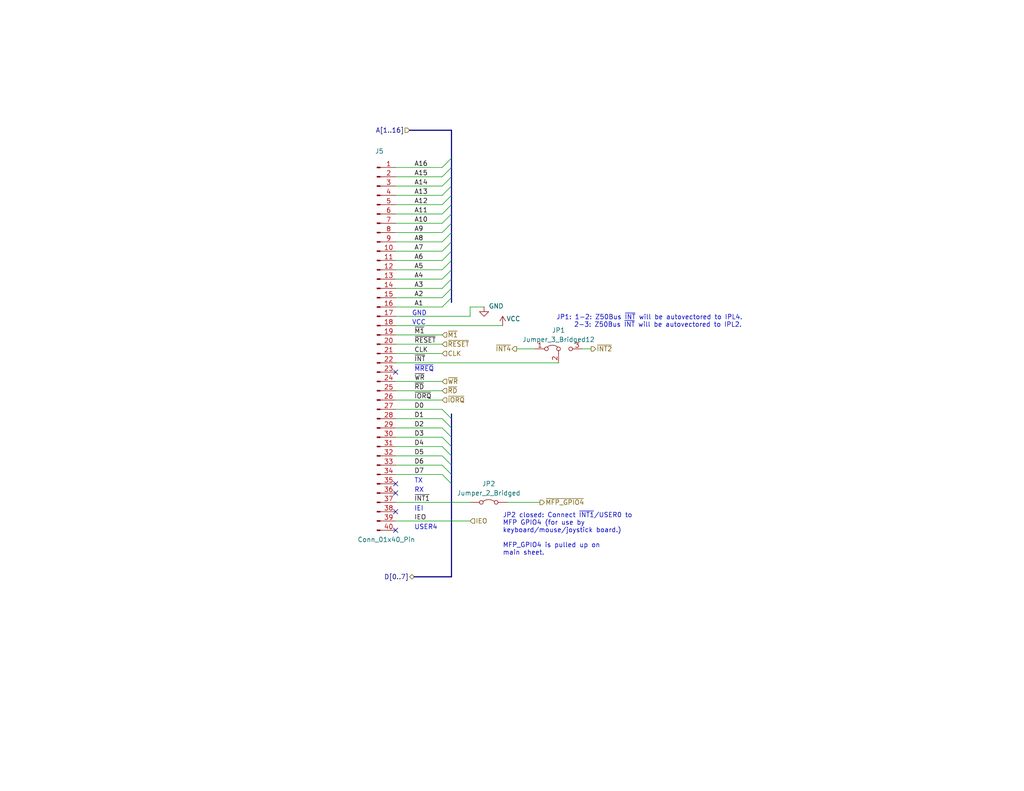
<source format=kicad_sch>
(kicad_sch (version 20231120) (generator "eeschema") (generator_version "8.0")
  (paper "A")
  (title_block (title "BITSY Mark I - An MC68000 Single Board Computer") (date "2025-06-12") (rev "V1B") (comment 1 "Licensed under CC-BY-SA-NC 4.0.") (comment 2 "https://github.com/codesmythe/BITSY_MK_I") (comment 3 "© 2025 Rob Gowin") (comment 4 "BITSY Mark I is a single board computer based around an MC68000 CPU."))
  (lib_symbols
    (symbol "Connector:Conn_01x40_Pin" (pin_names (offset 1.016) hide)
      (property "Reference" "J" (at 0 50.8 0))
      (property "Value" "Conn_01x40_Pin" (at 0 -53.34 0))
      (symbol "Conn_01x40_Pin_1_1"
        (polyline (pts (xy 1.27 -50.8) (xy 0.8636 -50.8)) (stroke (width 0.1524)))
        (polyline (pts (xy 1.27 -48.26) (xy 0.8636 -48.26)) (stroke (width 0.1524)))
        (polyline (pts (xy 1.27 -45.72) (xy 0.8636 -45.72)) (stroke (width 0.1524)))
        (polyline (pts (xy 1.27 -43.18) (xy 0.8636 -43.18)) (stroke (width 0.1524)))
        (polyline (pts (xy 1.27 -40.64) (xy 0.8636 -40.64)) (stroke (width 0.1524)))
        (polyline (pts (xy 1.27 -38.1) (xy 0.8636 -38.1)) (stroke (width 0.1524)))
        (polyline (pts (xy 1.27 -35.56) (xy 0.8636 -35.56)) (stroke (width 0.1524)))
        (polyline (pts (xy 1.27 -33.02) (xy 0.8636 -33.02)) (stroke (width 0.1524)))
        (polyline (pts (xy 1.27 -30.48) (xy 0.8636 -30.48)) (stroke (width 0.1524)))
        (polyline (pts (xy 1.27 -27.94) (xy 0.8636 -27.94)) (stroke (width 0.1524)))
        (polyline (pts (xy 1.27 -25.4) (xy 0.8636 -25.4)) (stroke (width 0.1524)))
        (polyline (pts (xy 1.27 -22.86) (xy 0.8636 -22.86)) (stroke (width 0.1524)))
        (polyline (pts (xy 1.27 -20.32) (xy 0.8636 -20.32)) (stroke (width 0.1524)))
        (polyline (pts (xy 1.27 -17.78) (xy 0.8636 -17.78)) (stroke (width 0.1524)))
        (polyline (pts (xy 1.27 -15.24) (xy 0.8636 -15.24)) (stroke (width 0.1524)))
        (polyline (pts (xy 1.27 -12.7) (xy 0.8636 -12.7)) (stroke (width 0.1524)))
        (polyline (pts (xy 1.27 -10.16) (xy 0.8636 -10.16)) (stroke (width 0.1524)))
        (polyline (pts (xy 1.27 -7.62) (xy 0.8636 -7.62)) (stroke (width 0.1524)))
        (polyline (pts (xy 1.27 -5.08) (xy 0.8636 -5.08)) (stroke (width 0.1524)))
        (polyline (pts (xy 1.27 -2.54) (xy 0.8636 -2.54)) (stroke (width 0.1524)))
        (polyline (pts (xy 1.27 0) (xy 0.8636 0)) (stroke (width 0.1524)))
        (polyline (pts (xy 1.27 2.54) (xy 0.8636 2.54)) (stroke (width 0.1524)))
        (polyline (pts (xy 1.27 5.08) (xy 0.8636 5.08)) (stroke (width 0.1524)))
        (polyline (pts (xy 1.27 7.62) (xy 0.8636 7.62)) (stroke (width 0.1524)))
        (polyline (pts (xy 1.27 10.16) (xy 0.8636 10.16)) (stroke (width 0.1524)))
        (polyline (pts (xy 1.27 12.7) (xy 0.8636 12.7)) (stroke (width 0.1524)))
        (polyline (pts (xy 1.27 15.24) (xy 0.8636 15.24)) (stroke (width 0.1524)))
        (polyline (pts (xy 1.27 17.78) (xy 0.8636 17.78)) (stroke (width 0.1524)))
        (polyline (pts (xy 1.27 20.32) (xy 0.8636 20.32)) (stroke (width 0.1524)))
        (polyline (pts (xy 1.27 22.86) (xy 0.8636 22.86)) (stroke (width 0.1524)))
        (polyline (pts (xy 1.27 25.4) (xy 0.8636 25.4)) (stroke (width 0.1524)))
        (polyline (pts (xy 1.27 27.94) (xy 0.8636 27.94)) (stroke (width 0.1524)))
        (polyline (pts (xy 1.27 30.48) (xy 0.8636 30.48)) (stroke (width 0.1524)))
        (polyline (pts (xy 1.27 33.02) (xy 0.8636 33.02)) (stroke (width 0.1524)))
        (polyline (pts (xy 1.27 35.56) (xy 0.8636 35.56)) (stroke (width 0.1524)))
        (polyline (pts (xy 1.27 38.1) (xy 0.8636 38.1)) (stroke (width 0.1524)))
        (polyline (pts (xy 1.27 40.64) (xy 0.8636 40.64)) (stroke (width 0.1524)))
        (polyline (pts (xy 1.27 43.18) (xy 0.8636 43.18)) (stroke (width 0.1524)))
        (polyline (pts (xy 1.27 45.72) (xy 0.8636 45.72)) (stroke (width 0.1524)))
        (polyline (pts (xy 1.27 48.26) (xy 0.8636 48.26)) (stroke (width 0.1524)))
        (rectangle (start 0.8636 -50.673) (end 0 -50.927) (stroke (width 0.1524)) (fill (type outline)))
        (rectangle (start 0.8636 -48.133) (end 0 -48.387) (stroke (width 0.1524)) (fill (type outline)))
        (rectangle (start 0.8636 -45.593) (end 0 -45.847) (stroke (width 0.1524)) (fill (type outline)))
        (rectangle (start 0.8636 -43.053) (end 0 -43.307) (stroke (width 0.1524)) (fill (type outline)))
        (rectangle (start 0.8636 -40.513) (end 0 -40.767) (stroke (width 0.1524)) (fill (type outline)))
        (rectangle (start 0.8636 -37.973) (end 0 -38.227) (stroke (width 0.1524)) (fill (type outline)))
        (rectangle (start 0.8636 -35.433) (end 0 -35.687) (stroke (width 0.1524)) (fill (type outline)))
        (rectangle (start 0.8636 -32.893) (end 0 -33.147) (stroke (width 0.1524)) (fill (type outline)))
        (rectangle (start 0.8636 -30.353) (end 0 -30.607) (stroke (width 0.1524)) (fill (type outline)))
        (rectangle (start 0.8636 -27.813) (end 0 -28.067) (stroke (width 0.1524)) (fill (type outline)))
        (rectangle (start 0.8636 -25.273) (end 0 -25.527) (stroke (width 0.1524)) (fill (type outline)))
        (rectangle (start 0.8636 -22.733) (end 0 -22.987) (stroke (width 0.1524)) (fill (type outline)))
        (rectangle (start 0.8636 -20.193) (end 0 -20.447) (stroke (width 0.1524)) (fill (type outline)))
        (rectangle (start 0.8636 -17.653) (end 0 -17.907) (stroke (width 0.1524)) (fill (type outline)))
        (rectangle (start 0.8636 -15.113) (end 0 -15.367) (stroke (width 0.1524)) (fill (type outline)))
        (rectangle (start 0.8636 -12.573) (end 0 -12.827) (stroke (width 0.1524)) (fill (type outline)))
        (rectangle (start 0.8636 -10.033) (end 0 -10.287) (stroke (width 0.1524)) (fill (type outline)))
        (rectangle (start 0.8636 -7.493) (end 0 -7.747) (stroke (width 0.1524)) (fill (type outline)))
        (rectangle (start 0.8636 -4.953) (end 0 -5.207) (stroke (width 0.1524)) (fill (type outline)))
        (rectangle (start 0.8636 -2.413) (end 0 -2.667) (stroke (width 0.1524)) (fill (type outline)))
        (rectangle (start 0.8636 0.127) (end 0 -0.127) (stroke (width 0.1524)) (fill (type outline)))
        (rectangle (start 0.8636 2.667) (end 0 2.413) (stroke (width 0.1524)) (fill (type outline)))
        (rectangle (start 0.8636 5.207) (end 0 4.953) (stroke (width 0.1524)) (fill (type outline)))
        (rectangle (start 0.8636 7.747) (end 0 7.493) (stroke (width 0.1524)) (fill (type outline)))
        (rectangle (start 0.8636 10.287) (end 0 10.033) (stroke (width 0.1524)) (fill (type outline)))
        (rectangle (start 0.8636 12.827) (end 0 12.573) (stroke (width 0.1524)) (fill (type outline)))
        (rectangle (start 0.8636 15.367) (end 0 15.113) (stroke (width 0.1524)) (fill (type outline)))
        (rectangle (start 0.8636 17.907) (end 0 17.653) (stroke (width 0.1524)) (fill (type outline)))
        (rectangle (start 0.8636 20.447) (end 0 20.193) (stroke (width 0.1524)) (fill (type outline)))
        (rectangle (start 0.8636 22.987) (end 0 22.733) (stroke (width 0.1524)) (fill (type outline)))
        (rectangle (start 0.8636 25.527) (end 0 25.273) (stroke (width 0.1524)) (fill (type outline)))
        (rectangle (start 0.8636 28.067) (end 0 27.813) (stroke (width 0.1524)) (fill (type outline)))
        (rectangle (start 0.8636 30.607) (end 0 30.353) (stroke (width 0.1524)) (fill (type outline)))
        (rectangle (start 0.8636 33.147) (end 0 32.893) (stroke (width 0.1524)) (fill (type outline)))
        (rectangle (start 0.8636 35.687) (end 0 35.433) (stroke (width 0.1524)) (fill (type outline)))
        (rectangle (start 0.8636 38.227) (end 0 37.973) (stroke (width 0.1524)) (fill (type outline)))
        (rectangle (start 0.8636 40.767) (end 0 40.513) (stroke (width 0.1524)) (fill (type outline)))
        (rectangle (start 0.8636 43.307) (end 0 43.053) (stroke (width 0.1524)) (fill (type outline)))
        (rectangle (start 0.8636 45.847) (end 0 45.593) (stroke (width 0.1524)) (fill (type outline)))
        (rectangle (start 0.8636 48.387) (end 0 48.133) (stroke (width 0.1524)) (fill (type outline)))
        (pin passive line (at 5.08 48.26 180) (length 3.81) (name "Pin_1") (number "1"))
        (pin passive line (at 5.08 25.4 180) (length 3.81) (name "Pin_10") (number "10"))
        (pin passive line (at 5.08 22.86 180) (length 3.81) (name "Pin_11") (number "11"))
        (pin passive line (at 5.08 20.32 180) (length 3.81) (name "Pin_12") (number "12"))
        (pin passive line (at 5.08 17.78 180) (length 3.81) (name "Pin_13") (number "13"))
        (pin passive line (at 5.08 15.24 180) (length 3.81) (name "Pin_14") (number "14"))
        (pin passive line (at 5.08 12.7 180) (length 3.81) (name "Pin_15") (number "15"))
        (pin passive line (at 5.08 10.16 180) (length 3.81) (name "Pin_16") (number "16"))
        (pin passive line (at 5.08 7.62 180) (length 3.81) (name "Pin_17") (number "17"))
        (pin passive line (at 5.08 5.08 180) (length 3.81) (name "Pin_18") (number "18"))
        (pin passive line (at 5.08 2.54 180) (length 3.81) (name "Pin_19") (number "19"))
        (pin passive line (at 5.08 45.72 180) (length 3.81) (name "Pin_2") (number "2"))
        (pin passive line (at 5.08 0 180) (length 3.81) (name "Pin_20") (number "20"))
        (pin passive line (at 5.08 -2.54 180) (length 3.81) (name "Pin_21") (number "21"))
        (pin passive line (at 5.08 -5.08 180) (length 3.81) (name "Pin_22") (number "22"))
        (pin passive line (at 5.08 -7.62 180) (length 3.81) (name "Pin_23") (number "23"))
        (pin passive line (at 5.08 -10.16 180) (length 3.81) (name "Pin_24") (number "24"))
        (pin passive line (at 5.08 -12.7 180) (length 3.81) (name "Pin_25") (number "25"))
        (pin passive line (at 5.08 -15.24 180) (length 3.81) (name "Pin_26") (number "26"))
        (pin passive line (at 5.08 -17.78 180) (length 3.81) (name "Pin_27") (number "27"))
        (pin passive line (at 5.08 -20.32 180) (length 3.81) (name "Pin_28") (number "28"))
        (pin passive line (at 5.08 -22.86 180) (length 3.81) (name "Pin_29") (number "29"))
        (pin passive line (at 5.08 43.18 180) (length 3.81) (name "Pin_3") (number "3"))
        (pin passive line (at 5.08 -25.4 180) (length 3.81) (name "Pin_30") (number "30"))
        (pin passive line (at 5.08 -27.94 180) (length 3.81) (name "Pin_31") (number "31"))
        (pin passive line (at 5.08 -30.48 180) (length 3.81) (name "Pin_32") (number "32"))
        (pin passive line (at 5.08 -33.02 180) (length 3.81) (name "Pin_33") (number "33"))
        (pin passive line (at 5.08 -35.56 180) (length 3.81) (name "Pin_34") (number "34"))
        (pin passive line (at 5.08 -38.1 180) (length 3.81) (name "Pin_35") (number "35"))
        (pin passive line (at 5.08 -40.64 180) (length 3.81) (name "Pin_36") (number "36"))
        (pin passive line (at 5.08 -43.18 180) (length 3.81) (name "Pin_37") (number "37"))
        (pin passive line (at 5.08 -45.72 180) (length 3.81) (name "Pin_38") (number "38"))
        (pin passive line (at 5.08 -48.26 180) (length 3.81) (name "Pin_39") (number "39"))
        (pin passive line (at 5.08 40.64 180) (length 3.81) (name "Pin_4") (number "4"))
        (pin passive line (at 5.08 -50.8 180) (length 3.81) (name "Pin_40") (number "40"))
        (pin passive line (at 5.08 38.1 180) (length 3.81) (name "Pin_5") (number "5"))
        (pin passive line (at 5.08 35.56 180) (length 3.81) (name "Pin_6") (number "6"))
        (pin passive line (at 5.08 33.02 180) (length 3.81) (name "Pin_7") (number "7"))
        (pin passive line (at 5.08 30.48 180) (length 3.81) (name "Pin_8") (number "8"))
        (pin passive line (at 5.08 27.94 180) (length 3.81) (name "Pin_9") (number "9"))
      )
    )
    (symbol "Jumper:Jumper_2_Bridged" (pin_numbers hide) (pin_names (offset 0) hide) (exclude_from_sim yes)
      (property "Reference" "JP" (at 0 1.905 0))
      (property "Value" "Jumper_2_Bridged" (at 0 -2.54 0))
      (symbol "Jumper_2_Bridged_0_0"
        (circle (center -2.032 0) (radius 0.508))
        (circle (center 2.032 0) (radius 0.508))
      )
      (symbol "Jumper_2_Bridged_0_1"
        (arc (start 1.524 0.254) (mid 0 0.762) (end -1.524 0.254))
      )
      (symbol "Jumper_2_Bridged_1_1"
        (pin passive line (at -5.08 0 0) (length 2.54) (name "A") (number "1"))
        (pin passive line (at 5.08 0 180) (length 2.54) (name "B") (number "2"))
      )
    )
    (symbol "Jumper:Jumper_3_Bridged12" (pin_names (offset 0) hide) (exclude_from_sim yes) (in_bom no)
      (property "Reference" "JP" (at -2.54 -2.54 0))
      (property "Value" "Jumper_3_Bridged12" (at 0 2.794 0))
      (symbol "Jumper_3_Bridged12_0_0"
        (circle (center -3.302 0) (radius 0.508))
        (circle (center 0 0) (radius 0.508))
        (circle (center 3.302 0) (radius 0.508))
      )
      (symbol "Jumper_3_Bridged12_0_1"
        (arc (start -0.254 0.508) (mid -1.651 0.9912) (end -3.048 0.508))
        (polyline (pts (xy 0 -1.27) (xy 0 -0.508)))
      )
      (symbol "Jumper_3_Bridged12_1_1"
        (pin passive line (at -6.35 0 0) (length 2.54) (name "A") (number "1"))
        (pin passive line (at 0 -3.81 90) (length 2.54) (name "C") (number "2"))
        (pin passive line (at 6.35 0 180) (length 2.54) (name "B") (number "3"))
      )
    )
    (symbol "power:GND" (power) (pin_numbers hide) (pin_names (offset 0) hide)
      (property "Value" "GND" (at 0 -3.81 0))
      (symbol "GND_0_1"
        (polyline (pts (xy 0 0) (xy 0 -1.27) (xy 1.27 -1.27) (xy 0 -2.54) (xy -1.27 -1.27) (xy 0 -1.27)))
      )
      (symbol "GND_1_1"
        (pin power_in line (at 0 0 270) (length 0) (name "~") (number "1"))
      )
    )
    (symbol "power:VCC" (power) (pin_numbers hide) (pin_names (offset 0) hide)
      (property "Value" "VCC" (at 0 3.556 0))
      (symbol "VCC_0_1"
        (polyline (pts (xy -0.762 1.27) (xy 0 2.54)))
        (polyline (pts (xy 0 0) (xy 0 2.54)))
        (polyline (pts (xy 0 2.54) (xy 0.762 1.27)))
      )
      (symbol "VCC_1_1"
        (pin power_in line (at 0 0 90) (length 0) (name "~") (number "1"))
      )
    )
  )
  (no_connect (at 107.95 144.78))
  (no_connect (at 107.95 139.7))
  (no_connect (at 107.95 134.62))
  (no_connect (at 107.95 132.08))
  (no_connect (at 107.95 101.6))
  (bus_entry (at 120.65 73.66) (size 2.54 -2.54))
  (bus_entry (at 120.65 83.82) (size 2.54 -2.54))
  (bus_entry (at 120.65 55.88) (size 2.54 -2.54))
  (bus_entry (at 120.65 63.5) (size 2.54 -2.54))
  (bus_entry (at 120.65 48.26) (size 2.54 -2.54))
  (bus_entry (at 120.65 66.04) (size 2.54 -2.54))
  (bus_entry (at 120.65 50.8) (size 2.54 -2.54))
  (bus_entry (at 123.19 116.84) (size -2.54 -2.54))
  (bus_entry (at 120.65 60.96) (size 2.54 -2.54))
  (bus_entry (at 120.65 45.72) (size 2.54 -2.54))
  (bus_entry (at 123.19 119.38) (size -2.54 -2.54))
  (bus_entry (at 120.65 76.2) (size 2.54 -2.54))
  (bus_entry (at 123.19 121.92) (size -2.54 -2.54))
  (bus_entry (at 123.19 132.08) (size -2.54 -2.54))
  (bus_entry (at 123.19 124.46) (size -2.54 -2.54))
  (bus_entry (at 120.65 81.28) (size 2.54 -2.54))
  (bus_entry (at 123.19 127) (size -2.54 -2.54))
  (bus_entry (at 123.19 114.3) (size -2.54 -2.54))
  (bus_entry (at 123.19 129.54) (size -2.54 -2.54))
  (bus_entry (at 120.65 58.42) (size 2.54 -2.54))
  (bus_entry (at 120.65 78.74) (size 2.54 -2.54))
  (bus_entry (at 120.65 68.58) (size 2.54 -2.54))
  (bus_entry (at 120.65 53.34) (size 2.54 -2.54))
  (bus_entry (at 120.65 71.12) (size 2.54 -2.54))
  (bus (pts (xy 123.19 132.08) (xy 123.19 157.48)))
  (bus (pts (xy 123.19 45.72) (xy 123.19 48.26)))
  (wire (pts (xy 128.27 86.36) (xy 128.27 83.82)))
  (wire (pts (xy 107.95 109.22) (xy 120.65 109.22)))
  (bus (pts (xy 123.19 71.12) (xy 123.19 73.66)))
  (bus (pts (xy 123.19 127) (xy 123.19 129.54)))
  (bus (pts (xy 123.19 43.18) (xy 123.19 45.72)))
  (wire (pts (xy 107.95 96.52) (xy 120.65 96.52)))
  (wire (pts (xy 107.95 73.66) (xy 120.65 73.66)))
  (wire (pts (xy 107.95 116.84) (xy 120.65 116.84)))
  (wire (pts (xy 138.43 137.16) (xy 147.32 137.16)))
  (wire (pts (xy 128.27 83.82) (xy 132.08 83.82)))
  (bus (pts (xy 123.19 76.2) (xy 123.19 78.74)))
  (wire (pts (xy 107.95 88.9) (xy 137.16 88.9)))
  (bus (pts (xy 123.19 66.04) (xy 123.19 68.58)))
  (wire (pts (xy 107.95 45.72) (xy 120.65 45.72)))
  (wire (pts (xy 107.95 142.24) (xy 128.27 142.24)))
  (bus (pts (xy 123.19 50.8) (xy 123.19 53.34)))
  (bus (pts (xy 111.76 35.56) (xy 123.19 35.56)))
  (wire (pts (xy 107.95 86.36) (xy 128.27 86.36)))
  (bus (pts (xy 123.19 35.56) (xy 123.19 43.18)))
  (wire (pts (xy 107.95 106.68) (xy 120.65 106.68)))
  (wire (pts (xy 107.95 48.26) (xy 120.65 48.26)))
  (wire (pts (xy 107.95 111.76) (xy 120.65 111.76)))
  (bus (pts (xy 123.19 116.84) (xy 123.19 119.38)))
  (wire (pts (xy 107.95 78.74) (xy 120.65 78.74)))
  (wire (pts (xy 107.95 91.44) (xy 120.65 91.44)))
  (wire (pts (xy 107.95 93.98) (xy 120.65 93.98)))
  (wire (pts (xy 107.95 137.16) (xy 128.27 137.16)))
  (bus (pts (xy 123.19 55.88) (xy 123.19 58.42)))
  (wire (pts (xy 107.95 60.96) (xy 120.65 60.96)))
  (bus (pts (xy 123.19 78.74) (xy 123.19 81.28)))
  (bus (pts (xy 123.19 73.66) (xy 123.19 76.2)))
  (wire (pts (xy 107.95 58.42) (xy 120.65 58.42)))
  (wire (pts (xy 107.95 53.34) (xy 120.65 53.34)))
  (bus (pts (xy 123.19 129.54) (xy 123.19 132.08)))
  (bus (pts (xy 123.19 48.26) (xy 123.19 50.8)))
  (bus (pts (xy 123.19 114.3) (xy 123.19 116.84)))
  (bus (pts (xy 123.19 63.5) (xy 123.19 66.04)))
  (wire (pts (xy 107.95 81.28) (xy 120.65 81.28)))
  (bus (pts (xy 123.19 121.92) (xy 123.19 124.46)))
  (bus (pts (xy 123.19 119.38) (xy 123.19 121.92)))
  (bus (pts (xy 123.19 81.28) (xy 123.19 82.55)))
  (wire (pts (xy 107.95 68.58) (xy 120.65 68.58)))
  (wire (pts (xy 107.95 50.8) (xy 120.65 50.8)))
  (bus (pts (xy 123.19 58.42) (xy 123.19 60.96)))
  (bus (pts (xy 123.19 68.58) (xy 123.19 71.12)))
  (bus (pts (xy 123.19 113.03) (xy 123.19 114.3)))
  (bus (pts (xy 113.03 157.48) (xy 123.19 157.48)))
  (wire (pts (xy 107.95 121.92) (xy 120.65 121.92)))
  (bus (pts (xy 123.19 53.34) (xy 123.19 55.88)))
  (wire (pts (xy 107.95 129.54) (xy 120.65 129.54)))
  (wire (pts (xy 107.95 76.2) (xy 120.65 76.2)))
  (wire (pts (xy 107.95 114.3) (xy 120.65 114.3)))
  (wire (pts (xy 107.95 99.06) (xy 152.4 99.06)))
  (wire (pts (xy 107.95 66.04) (xy 120.65 66.04)))
  (wire (pts (xy 107.95 83.82) (xy 120.65 83.82)))
  (wire (pts (xy 107.95 124.46) (xy 120.65 124.46)))
  (bus (pts (xy 123.19 124.46) (xy 123.19 127)))
  (wire (pts (xy 107.95 71.12) (xy 120.65 71.12)))
  (wire (pts (xy 140.97 95.25) (xy 146.05 95.25)))
  (wire (pts (xy 107.95 127) (xy 120.65 127)))
  (wire (pts (xy 107.95 55.88) (xy 120.65 55.88)))
  (wire (pts (xy 107.95 104.14) (xy 120.65 104.14)))
  (wire (pts (xy 158.75 95.25) (xy 161.29 95.25)))
  (wire (pts (xy 107.95 63.5) (xy 120.65 63.5)))
  (bus (pts (xy 123.19 60.96) (xy 123.19 63.5)))
  (wire (pts (xy 107.95 119.38) (xy 120.65 119.38)))
  (text "VCC" (at 112.395 88.9 0) (effects (font (size 1.27 1.27)) (justify left bottom)))
  (text "JP2 closed: Connect ~{INT1}/USER0 to\nMFP GPIO4 (for use by \nkeyboard/mouse/joystick board.)\n\nMFP_GPIO4 is pulled up on \nmain sheet." (at 137.16 151.765 0) (effects (font (size 1.27 1.27)) (justify left bottom)))
  (text "RX" (at 113.03 134.62 0) (effects (font (size 1.27 1.27)) (justify left bottom)))
  (text "~{MREQ}" (at 113.03 101.6 0) (effects (font (size 1.27 1.27)) (justify left bottom)))
  (text "IEI" (at 113.03 139.7 0) (effects (font (size 1.27 1.27)) (justify left bottom)))
  (text "JP1: 1-2: Z50Bus ~{INT} will be autovectored to IPL4.\n     2-3: Z50Bus ~{INT} will be autovectored to IPL2." (at 151.765 89.535 0) (effects (font (size 1.27 1.27)) (justify left bottom)))
  (text "GND" (at 112.395 86.36 0) (effects (font (size 1.27 1.27)) (justify left bottom)))
  (text "TX" (at 113.03 132.08 0) (effects (font (size 1.27 1.27)) (justify left bottom)))
  (text "USER4" (at 113.03 144.78 0) (effects (font (size 1.27 1.27)) (justify left bottom)))
  (label "~{INT1}" (at 113.03 137.16 0))
  (label "~{RD}" (at 113.03 106.68 0))
  (label "A15" (at 113.03 48.26 0))
  (label "IEO" (at 113.03 142.24 0))
  (label "A2" (at 113.03 81.28 0))
  (label "~{M1}" (at 113.03 91.44 0))
  (label "A10" (at 113.03 60.96 0))
  (label "A1" (at 113.03 83.82 0))
  (label "D4" (at 113.03 121.92 0))
  (label "A14" (at 113.03 50.8 0))
  (label "A16" (at 113.03 45.72 0))
  (label "A12" (at 113.03 55.88 0))
  (label "D5" (at 113.03 124.46 0))
  (label "D0" (at 113.03 111.76 0))
  (label "A11" (at 113.03 58.42 0))
  (label "A6" (at 113.03 71.12 0))
  (label "A3" (at 113.03 78.74 0))
  (label "D6" (at 113.03 127 0))
  (label "A9" (at 113.03 63.5 0))
  (label "A5" (at 113.03 73.66 0))
  (label "~{RESET}" (at 113.03 93.98 0))
  (label "D2" (at 113.03 116.84 0))
  (label "A13" (at 113.03 53.34 0))
  (label "A4" (at 113.03 76.2 0))
  (label "CLK" (at 113.03 96.52 0))
  (label "A8" (at 113.03 66.04 0))
  (label "A7" (at 113.03 68.58 0))
  (label "~{WR}" (at 113.03 104.14 0))
  (label "D7" (at 113.03 129.54 0))
  (label "D1" (at 113.03 114.3 0))
  (label "~{INT}" (at 113.03 99.06 0))
  (label "~{IORQ}" (at 113.03 109.22 0))
  (label "D3" (at 113.03 119.38 0))
  (hierarchical_label "~{RESET}" (shape input) (at 120.65 93.98 0))
  (hierarchical_label "D[0..7]" (shape bidirectional) (at 113.03 157.48 180))
  (hierarchical_label "~{IORQ}" (shape input) (at 120.65 109.22 0))
  (hierarchical_label "A[1..16]" (shape input) (at 111.76 35.56 180))
  (hierarchical_label "~{INT4}" (shape output) (at 140.97 95.25 180))
  (hierarchical_label "~{MFP_GPIO4}" (shape output) (at 147.32 137.16 0))
  (hierarchical_label "~{RD}" (shape input) (at 120.65 106.68 0))
  (hierarchical_label "~{M1}" (shape input) (at 120.65 91.44 0))
  (hierarchical_label "CLK" (shape input) (at 120.65 96.52 0))
  (hierarchical_label "~{WR}" (shape input) (at 120.65 104.14 0))
  (hierarchical_label "IEO" (shape input) (at 128.27 142.24 0))
  (hierarchical_label "~{INT2}" (shape output) (at 161.29 95.25 0))
  (symbol (lib_id "power:VCC") (at 137.16 88.9 0) (unit 1)
    (property "Reference" "#PWR0124" (effects (hide yes)))
    (property "Value" "VCC" (at 140.081 87.0458 0))
    (property "Description" "Power symbol creates a global label with name \"VCC\"" (effects (hide yes)))
  )
  (symbol (lib_id "Connector:Conn_01x40_Pin") (at 102.87 93.98 0) (unit 1)
    (property "Reference" "J5" (at 103.505 41.275 0))
    (property "Value" "Conn_01x40_Pin" (at 105.41 147.32 0))
    (property "Footprint" "Connector_PinHeader_2.54mm:PinHeader_1x40_P2.54mm_Vertical" (effects (hide yes)))
    (property "Description" "1x40 right angle pin header" (effects (hide yes)))
    (property "PartNum00" "710-61304011021" (effects (hide yes)))
    (property "PartVendor00" "Mouser" (effects (hide yes)))
  )
  (symbol (lib_id "Jumper:Jumper_3_Bridged12") (at 152.4 95.25 0) (unit 1)
    (property "Reference" "JP1" (at 152.4 90.17 0))
    (property "Value" "Jumper_3_Bridged12" (at 152.4 92.71 0))
    (property "Footprint" "Connector_PinHeader_2.54mm:PinHeader_1x03_P2.54mm_Vertical" (effects (hide yes)))
    (property "Description" "1x3 straight pin header" (effects (hide yes)))
    (property "PartNum00" "200-TSW10307TS" (effects (hide yes)))
    (property "PartVendor00" "Mouser" (effects (hide yes)))
  )
  (symbol (lib_id "power:GND") (at 132.08 83.82 0) (unit 1)
    (property "Reference" "#PWR6" (effects (hide yes)))
    (property "Value" "GND" (at 135.382 83.566 0))
    (property "Description" "Power symbol creates a global label with name \"GND\" , ground" (effects (hide yes)))
  )
  (symbol (lib_id "Jumper:Jumper_2_Bridged") (at 133.35 137.16 0) (unit 1) (exclude_from_sim yes)
    (property "Reference" "JP2" (at 133.35 132.08 0))
    (property "Value" "Jumper_2_Bridged" (at 133.35 134.62 0))
    (property "Footprint" "Connector_PinHeader_2.54mm:PinHeader_1x02_P2.54mm_Vertical" (effects (hide yes)))
    (property "Description" "1x2 straight pin header" (effects (hide yes)))
    (property "PartNum00" "200-TSW10207TS" (effects (hide yes)))
    (property "PartVendor00" "Mouser" (effects (hide yes)))
  )
)
</source>
